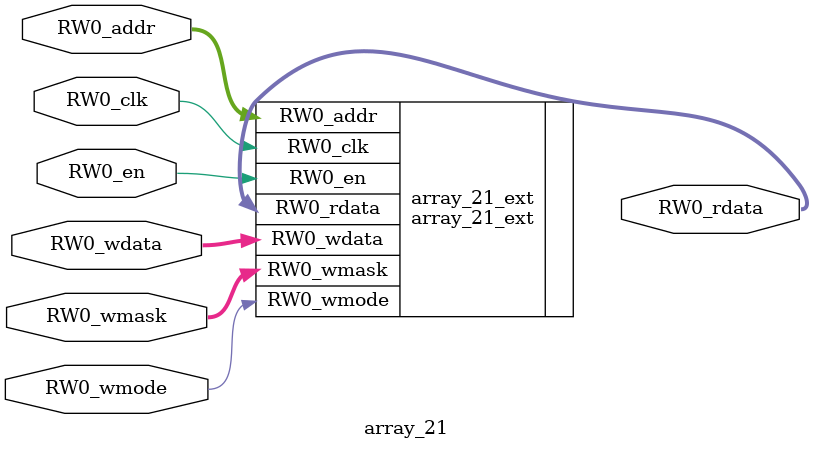
<source format=sv>
`ifndef RANDOMIZE
  `ifdef RANDOMIZE_MEM_INIT
    `define RANDOMIZE
  `endif // RANDOMIZE_MEM_INIT
`endif // not def RANDOMIZE
`ifndef RANDOMIZE
  `ifdef RANDOMIZE_REG_INIT
    `define RANDOMIZE
  `endif // RANDOMIZE_REG_INIT
`endif // not def RANDOMIZE

`ifndef RANDOM
  `define RANDOM $random
`endif // not def RANDOM

// Users can define INIT_RANDOM as general code that gets injected into the
// initializer block for modules with registers.
`ifndef INIT_RANDOM
  `define INIT_RANDOM
`endif // not def INIT_RANDOM

// If using random initialization, you can also define RANDOMIZE_DELAY to
// customize the delay used, otherwise 0.002 is used.
`ifndef RANDOMIZE_DELAY
  `define RANDOMIZE_DELAY 0.002
`endif // not def RANDOMIZE_DELAY

// Define INIT_RANDOM_PROLOG_ for use in our modules below.
`ifndef INIT_RANDOM_PROLOG_
  `ifdef RANDOMIZE
    `ifdef VERILATOR
      `define INIT_RANDOM_PROLOG_ `INIT_RANDOM
    `else  // VERILATOR
      `define INIT_RANDOM_PROLOG_ `INIT_RANDOM #`RANDOMIZE_DELAY begin end
    `endif // VERILATOR
  `else  // RANDOMIZE
    `define INIT_RANDOM_PROLOG_
  `endif // RANDOMIZE
`endif // not def INIT_RANDOM_PROLOG_

// Include register initializers in init blocks unless synthesis is set
`ifndef SYNTHESIS
  `ifndef ENABLE_INITIAL_REG_
    `define ENABLE_INITIAL_REG_
  `endif // not def ENABLE_INITIAL_REG_
`endif // not def SYNTHESIS

// Include rmemory initializers in init blocks unless synthesis is set
`ifndef SYNTHESIS
  `ifndef ENABLE_INITIAL_MEM_
    `define ENABLE_INITIAL_MEM_
  `endif // not def ENABLE_INITIAL_MEM_
`endif // not def SYNTHESIS

module array_21(
  input  [10:0]  RW0_addr,
  input          RW0_en,
  input          RW0_clk,
  input          RW0_wmode,
  input  [185:0] RW0_wdata,
  output [185:0] RW0_rdata,
  input  [5:0]   RW0_wmask
);

  array_21_ext array_21_ext (
    .RW0_addr  (RW0_addr),
    .RW0_en    (RW0_en),
    .RW0_clk   (RW0_clk),
    .RW0_wmode (RW0_wmode),
    .RW0_wdata (RW0_wdata),
    .RW0_rdata (RW0_rdata),
    .RW0_wmask (RW0_wmask)
  );
endmodule


</source>
